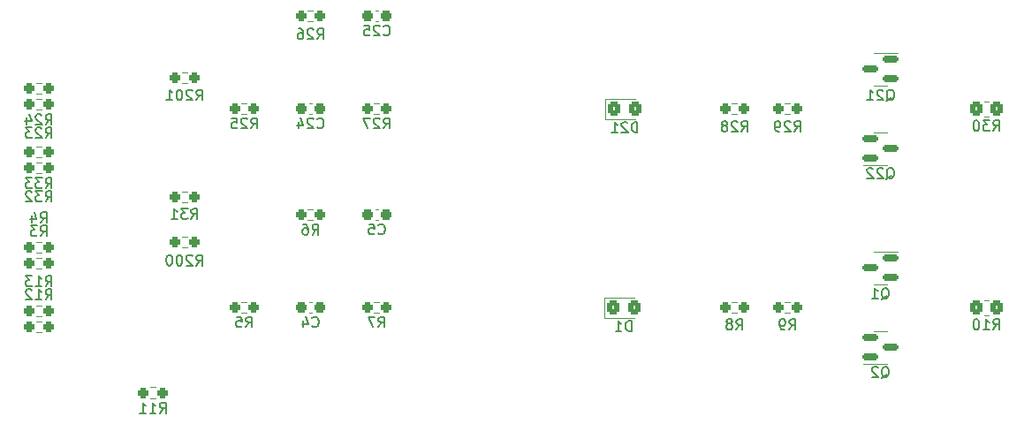
<source format=gbo>
%TF.GenerationSoftware,KiCad,Pcbnew,6.0.9+dfsg-1*%
%TF.CreationDate,2022-12-03T23:10:23+00:00*%
%TF.ProjectId,Token_Ring_MAU,546f6b65-6e5f-4526-996e-675f4d41552e,rev?*%
%TF.SameCoordinates,Original*%
%TF.FileFunction,Legend,Bot*%
%TF.FilePolarity,Positive*%
%FSLAX46Y46*%
G04 Gerber Fmt 4.6, Leading zero omitted, Abs format (unit mm)*
G04 Created by KiCad (PCBNEW 6.0.9+dfsg-1) date 2022-12-03 23:10:23*
%MOMM*%
%LPD*%
G01*
G04 APERTURE LIST*
G04 Aperture macros list*
%AMRoundRect*
0 Rectangle with rounded corners*
0 $1 Rounding radius*
0 $2 $3 $4 $5 $6 $7 $8 $9 X,Y pos of 4 corners*
0 Add a 4 corners polygon primitive as box body*
4,1,4,$2,$3,$4,$5,$6,$7,$8,$9,$2,$3,0*
0 Add four circle primitives for the rounded corners*
1,1,$1+$1,$2,$3*
1,1,$1+$1,$4,$5*
1,1,$1+$1,$6,$7*
1,1,$1+$1,$8,$9*
0 Add four rect primitives between the rounded corners*
20,1,$1+$1,$2,$3,$4,$5,0*
20,1,$1+$1,$4,$5,$6,$7,0*
20,1,$1+$1,$6,$7,$8,$9,0*
20,1,$1+$1,$8,$9,$2,$3,0*%
G04 Aperture macros list end*
%ADD10C,0.150000*%
%ADD11C,0.120000*%
%ADD12C,1.524000*%
%ADD13C,1.600000*%
%ADD14R,2.000000X4.000000*%
%ADD15O,2.000000X3.300000*%
%ADD16O,3.500000X2.000000*%
%ADD17R,1.600000X1.600000*%
%ADD18O,1.600000X1.600000*%
%ADD19C,5.600000*%
%ADD20R,1.700000X1.700000*%
%ADD21O,1.700000X1.700000*%
%ADD22C,3.250000*%
%ADD23R,1.500000X1.500000*%
%ADD24C,1.500000*%
%ADD25C,2.300000*%
%ADD26RoundRect,0.237500X0.250000X0.237500X-0.250000X0.237500X-0.250000X-0.237500X0.250000X-0.237500X0*%
%ADD27RoundRect,0.250000X-0.350000X-0.450000X0.350000X-0.450000X0.350000X0.450000X-0.350000X0.450000X0*%
%ADD28RoundRect,0.237500X-0.250000X-0.237500X0.250000X-0.237500X0.250000X0.237500X-0.250000X0.237500X0*%
%ADD29RoundRect,0.150000X0.587500X0.150000X-0.587500X0.150000X-0.587500X-0.150000X0.587500X-0.150000X0*%
%ADD30RoundRect,0.237500X-0.300000X-0.237500X0.300000X-0.237500X0.300000X0.237500X-0.300000X0.237500X0*%
%ADD31RoundRect,0.150000X-0.587500X-0.150000X0.587500X-0.150000X0.587500X0.150000X-0.587500X0.150000X0*%
%ADD32RoundRect,0.250000X-0.325000X-0.450000X0.325000X-0.450000X0.325000X0.450000X-0.325000X0.450000X0*%
G04 APERTURE END LIST*
D10*
X103521666Y-79215380D02*
X103855000Y-78739190D01*
X104093095Y-79215380D02*
X104093095Y-78215380D01*
X103712142Y-78215380D01*
X103616904Y-78263000D01*
X103569285Y-78310619D01*
X103521666Y-78405857D01*
X103521666Y-78548714D01*
X103569285Y-78643952D01*
X103616904Y-78691571D01*
X103712142Y-78739190D01*
X104093095Y-78739190D01*
X102664523Y-78548714D02*
X102664523Y-79215380D01*
X102902619Y-78167761D02*
X103140714Y-78882047D01*
X102521666Y-78882047D01*
X103997857Y-77183380D02*
X104331190Y-76707190D01*
X104569285Y-77183380D02*
X104569285Y-76183380D01*
X104188333Y-76183380D01*
X104093095Y-76231000D01*
X104045476Y-76278619D01*
X103997857Y-76373857D01*
X103997857Y-76516714D01*
X104045476Y-76611952D01*
X104093095Y-76659571D01*
X104188333Y-76707190D01*
X104569285Y-76707190D01*
X103664523Y-76183380D02*
X103045476Y-76183380D01*
X103378809Y-76564333D01*
X103235952Y-76564333D01*
X103140714Y-76611952D01*
X103093095Y-76659571D01*
X103045476Y-76754809D01*
X103045476Y-76992904D01*
X103093095Y-77088142D01*
X103140714Y-77135761D01*
X103235952Y-77183380D01*
X103521666Y-77183380D01*
X103616904Y-77135761D01*
X103664523Y-77088142D01*
X102664523Y-76278619D02*
X102616904Y-76231000D01*
X102521666Y-76183380D01*
X102283571Y-76183380D01*
X102188333Y-76231000D01*
X102140714Y-76278619D01*
X102093095Y-76373857D01*
X102093095Y-76469095D01*
X102140714Y-76611952D01*
X102712142Y-77183380D01*
X102093095Y-77183380D01*
X114942857Y-97452380D02*
X115276190Y-96976190D01*
X115514285Y-97452380D02*
X115514285Y-96452380D01*
X115133333Y-96452380D01*
X115038095Y-96500000D01*
X114990476Y-96547619D01*
X114942857Y-96642857D01*
X114942857Y-96785714D01*
X114990476Y-96880952D01*
X115038095Y-96928571D01*
X115133333Y-96976190D01*
X115514285Y-96976190D01*
X113990476Y-97452380D02*
X114561904Y-97452380D01*
X114276190Y-97452380D02*
X114276190Y-96452380D01*
X114371428Y-96595238D01*
X114466666Y-96690476D01*
X114561904Y-96738095D01*
X113038095Y-97452380D02*
X113609523Y-97452380D01*
X113323809Y-97452380D02*
X113323809Y-96452380D01*
X113419047Y-96595238D01*
X113514285Y-96690476D01*
X113609523Y-96738095D01*
X103997857Y-86581380D02*
X104331190Y-86105190D01*
X104569285Y-86581380D02*
X104569285Y-85581380D01*
X104188333Y-85581380D01*
X104093095Y-85629000D01*
X104045476Y-85676619D01*
X103997857Y-85771857D01*
X103997857Y-85914714D01*
X104045476Y-86009952D01*
X104093095Y-86057571D01*
X104188333Y-86105190D01*
X104569285Y-86105190D01*
X103045476Y-86581380D02*
X103616904Y-86581380D01*
X103331190Y-86581380D02*
X103331190Y-85581380D01*
X103426428Y-85724238D01*
X103521666Y-85819476D01*
X103616904Y-85867095D01*
X102664523Y-85676619D02*
X102616904Y-85629000D01*
X102521666Y-85581380D01*
X102283571Y-85581380D01*
X102188333Y-85629000D01*
X102140714Y-85676619D01*
X102093095Y-85771857D01*
X102093095Y-85867095D01*
X102140714Y-86009952D01*
X102712142Y-86581380D01*
X102093095Y-86581380D01*
X194802857Y-70392380D02*
X195136190Y-69916190D01*
X195374285Y-70392380D02*
X195374285Y-69392380D01*
X194993333Y-69392380D01*
X194898095Y-69440000D01*
X194850476Y-69487619D01*
X194802857Y-69582857D01*
X194802857Y-69725714D01*
X194850476Y-69820952D01*
X194898095Y-69868571D01*
X194993333Y-69916190D01*
X195374285Y-69916190D01*
X194469523Y-69392380D02*
X193850476Y-69392380D01*
X194183809Y-69773333D01*
X194040952Y-69773333D01*
X193945714Y-69820952D01*
X193898095Y-69868571D01*
X193850476Y-69963809D01*
X193850476Y-70201904D01*
X193898095Y-70297142D01*
X193945714Y-70344761D01*
X194040952Y-70392380D01*
X194326666Y-70392380D01*
X194421904Y-70344761D01*
X194469523Y-70297142D01*
X193231428Y-69392380D02*
X193136190Y-69392380D01*
X193040952Y-69440000D01*
X192993333Y-69487619D01*
X192945714Y-69582857D01*
X192898095Y-69773333D01*
X192898095Y-70011428D01*
X192945714Y-70201904D01*
X192993333Y-70297142D01*
X193040952Y-70344761D01*
X193136190Y-70392380D01*
X193231428Y-70392380D01*
X193326666Y-70344761D01*
X193374285Y-70297142D01*
X193421904Y-70201904D01*
X193469523Y-70011428D01*
X193469523Y-69773333D01*
X193421904Y-69582857D01*
X193374285Y-69487619D01*
X193326666Y-69440000D01*
X193231428Y-69392380D01*
X123682857Y-70172380D02*
X124016190Y-69696190D01*
X124254285Y-70172380D02*
X124254285Y-69172380D01*
X123873333Y-69172380D01*
X123778095Y-69220000D01*
X123730476Y-69267619D01*
X123682857Y-69362857D01*
X123682857Y-69505714D01*
X123730476Y-69600952D01*
X123778095Y-69648571D01*
X123873333Y-69696190D01*
X124254285Y-69696190D01*
X123301904Y-69267619D02*
X123254285Y-69220000D01*
X123159047Y-69172380D01*
X122920952Y-69172380D01*
X122825714Y-69220000D01*
X122778095Y-69267619D01*
X122730476Y-69362857D01*
X122730476Y-69458095D01*
X122778095Y-69600952D01*
X123349523Y-70172380D01*
X122730476Y-70172380D01*
X121825714Y-69172380D02*
X122301904Y-69172380D01*
X122349523Y-69648571D01*
X122301904Y-69600952D01*
X122206666Y-69553333D01*
X121968571Y-69553333D01*
X121873333Y-69600952D01*
X121825714Y-69648571D01*
X121778095Y-69743809D01*
X121778095Y-69981904D01*
X121825714Y-70077142D01*
X121873333Y-70124761D01*
X121968571Y-70172380D01*
X122206666Y-70172380D01*
X122301904Y-70124761D01*
X122349523Y-70077142D01*
X184095238Y-86547619D02*
X184190476Y-86500000D01*
X184285714Y-86404761D01*
X184428571Y-86261904D01*
X184523809Y-86214285D01*
X184619047Y-86214285D01*
X184571428Y-86452380D02*
X184666666Y-86404761D01*
X184761904Y-86309523D01*
X184809523Y-86119047D01*
X184809523Y-85785714D01*
X184761904Y-85595238D01*
X184666666Y-85500000D01*
X184571428Y-85452380D01*
X184380952Y-85452380D01*
X184285714Y-85500000D01*
X184190476Y-85595238D01*
X184142857Y-85785714D01*
X184142857Y-86119047D01*
X184190476Y-86309523D01*
X184285714Y-86404761D01*
X184380952Y-86452380D01*
X184571428Y-86452380D01*
X183190476Y-86452380D02*
X183761904Y-86452380D01*
X183476190Y-86452380D02*
X183476190Y-85452380D01*
X183571428Y-85595238D01*
X183666666Y-85690476D01*
X183761904Y-85738095D01*
X129556666Y-89127142D02*
X129604285Y-89174761D01*
X129747142Y-89222380D01*
X129842380Y-89222380D01*
X129985238Y-89174761D01*
X130080476Y-89079523D01*
X130128095Y-88984285D01*
X130175714Y-88793809D01*
X130175714Y-88650952D01*
X130128095Y-88460476D01*
X130080476Y-88365238D01*
X129985238Y-88270000D01*
X129842380Y-88222380D01*
X129747142Y-88222380D01*
X129604285Y-88270000D01*
X129556666Y-88317619D01*
X128699523Y-88555714D02*
X128699523Y-89222380D01*
X128937619Y-88174761D02*
X129175714Y-88889047D01*
X128556666Y-88889047D01*
X103521666Y-80485380D02*
X103855000Y-80009190D01*
X104093095Y-80485380D02*
X104093095Y-79485380D01*
X103712142Y-79485380D01*
X103616904Y-79533000D01*
X103569285Y-79580619D01*
X103521666Y-79675857D01*
X103521666Y-79818714D01*
X103569285Y-79913952D01*
X103616904Y-79961571D01*
X103712142Y-80009190D01*
X104093095Y-80009190D01*
X103188333Y-79485380D02*
X102569285Y-79485380D01*
X102902619Y-79866333D01*
X102759761Y-79866333D01*
X102664523Y-79913952D01*
X102616904Y-79961571D01*
X102569285Y-80056809D01*
X102569285Y-80294904D01*
X102616904Y-80390142D01*
X102664523Y-80437761D01*
X102759761Y-80485380D01*
X103045476Y-80485380D01*
X103140714Y-80437761D01*
X103188333Y-80390142D01*
X130042857Y-61602380D02*
X130376190Y-61126190D01*
X130614285Y-61602380D02*
X130614285Y-60602380D01*
X130233333Y-60602380D01*
X130138095Y-60650000D01*
X130090476Y-60697619D01*
X130042857Y-60792857D01*
X130042857Y-60935714D01*
X130090476Y-61030952D01*
X130138095Y-61078571D01*
X130233333Y-61126190D01*
X130614285Y-61126190D01*
X129661904Y-60697619D02*
X129614285Y-60650000D01*
X129519047Y-60602380D01*
X129280952Y-60602380D01*
X129185714Y-60650000D01*
X129138095Y-60697619D01*
X129090476Y-60792857D01*
X129090476Y-60888095D01*
X129138095Y-61030952D01*
X129709523Y-61602380D01*
X129090476Y-61602380D01*
X128233333Y-60602380D02*
X128423809Y-60602380D01*
X128519047Y-60650000D01*
X128566666Y-60697619D01*
X128661904Y-60840476D01*
X128709523Y-61030952D01*
X128709523Y-61411904D01*
X128661904Y-61507142D01*
X128614285Y-61554761D01*
X128519047Y-61602380D01*
X128328571Y-61602380D01*
X128233333Y-61554761D01*
X128185714Y-61507142D01*
X128138095Y-61411904D01*
X128138095Y-61173809D01*
X128185714Y-61078571D01*
X128233333Y-61030952D01*
X128328571Y-60983333D01*
X128519047Y-60983333D01*
X128614285Y-61030952D01*
X128661904Y-61078571D01*
X128709523Y-61173809D01*
X184571428Y-67547619D02*
X184666666Y-67500000D01*
X184761904Y-67404761D01*
X184904761Y-67261904D01*
X185000000Y-67214285D01*
X185095238Y-67214285D01*
X185047619Y-67452380D02*
X185142857Y-67404761D01*
X185238095Y-67309523D01*
X185285714Y-67119047D01*
X185285714Y-66785714D01*
X185238095Y-66595238D01*
X185142857Y-66500000D01*
X185047619Y-66452380D01*
X184857142Y-66452380D01*
X184761904Y-66500000D01*
X184666666Y-66595238D01*
X184619047Y-66785714D01*
X184619047Y-67119047D01*
X184666666Y-67309523D01*
X184761904Y-67404761D01*
X184857142Y-67452380D01*
X185047619Y-67452380D01*
X184238095Y-66547619D02*
X184190476Y-66500000D01*
X184095238Y-66452380D01*
X183857142Y-66452380D01*
X183761904Y-66500000D01*
X183714285Y-66547619D01*
X183666666Y-66642857D01*
X183666666Y-66738095D01*
X183714285Y-66880952D01*
X184285714Y-67452380D01*
X183666666Y-67452380D01*
X182714285Y-67452380D02*
X183285714Y-67452380D01*
X183000000Y-67452380D02*
X183000000Y-66452380D01*
X183095238Y-66595238D01*
X183190476Y-66690476D01*
X183285714Y-66738095D01*
X103997857Y-69817380D02*
X104331190Y-69341190D01*
X104569285Y-69817380D02*
X104569285Y-68817380D01*
X104188333Y-68817380D01*
X104093095Y-68865000D01*
X104045476Y-68912619D01*
X103997857Y-69007857D01*
X103997857Y-69150714D01*
X104045476Y-69245952D01*
X104093095Y-69293571D01*
X104188333Y-69341190D01*
X104569285Y-69341190D01*
X103616904Y-68912619D02*
X103569285Y-68865000D01*
X103474047Y-68817380D01*
X103235952Y-68817380D01*
X103140714Y-68865000D01*
X103093095Y-68912619D01*
X103045476Y-69007857D01*
X103045476Y-69103095D01*
X103093095Y-69245952D01*
X103664523Y-69817380D01*
X103045476Y-69817380D01*
X102188333Y-69150714D02*
X102188333Y-69817380D01*
X102426428Y-68769761D02*
X102664523Y-69484047D01*
X102045476Y-69484047D01*
X103997857Y-75913380D02*
X104331190Y-75437190D01*
X104569285Y-75913380D02*
X104569285Y-74913380D01*
X104188333Y-74913380D01*
X104093095Y-74961000D01*
X104045476Y-75008619D01*
X103997857Y-75103857D01*
X103997857Y-75246714D01*
X104045476Y-75341952D01*
X104093095Y-75389571D01*
X104188333Y-75437190D01*
X104569285Y-75437190D01*
X103664523Y-74913380D02*
X103045476Y-74913380D01*
X103378809Y-75294333D01*
X103235952Y-75294333D01*
X103140714Y-75341952D01*
X103093095Y-75389571D01*
X103045476Y-75484809D01*
X103045476Y-75722904D01*
X103093095Y-75818142D01*
X103140714Y-75865761D01*
X103235952Y-75913380D01*
X103521666Y-75913380D01*
X103616904Y-75865761D01*
X103664523Y-75818142D01*
X102712142Y-74913380D02*
X102093095Y-74913380D01*
X102426428Y-75294333D01*
X102283571Y-75294333D01*
X102188333Y-75341952D01*
X102140714Y-75389571D01*
X102093095Y-75484809D01*
X102093095Y-75722904D01*
X102140714Y-75818142D01*
X102188333Y-75865761D01*
X102283571Y-75913380D01*
X102569285Y-75913380D01*
X102664523Y-75865761D01*
X102712142Y-75818142D01*
X175752857Y-70452380D02*
X176086190Y-69976190D01*
X176324285Y-70452380D02*
X176324285Y-69452380D01*
X175943333Y-69452380D01*
X175848095Y-69500000D01*
X175800476Y-69547619D01*
X175752857Y-69642857D01*
X175752857Y-69785714D01*
X175800476Y-69880952D01*
X175848095Y-69928571D01*
X175943333Y-69976190D01*
X176324285Y-69976190D01*
X175371904Y-69547619D02*
X175324285Y-69500000D01*
X175229047Y-69452380D01*
X174990952Y-69452380D01*
X174895714Y-69500000D01*
X174848095Y-69547619D01*
X174800476Y-69642857D01*
X174800476Y-69738095D01*
X174848095Y-69880952D01*
X175419523Y-70452380D01*
X174800476Y-70452380D01*
X174324285Y-70452380D02*
X174133809Y-70452380D01*
X174038571Y-70404761D01*
X173990952Y-70357142D01*
X173895714Y-70214285D01*
X173848095Y-70023809D01*
X173848095Y-69642857D01*
X173895714Y-69547619D01*
X173943333Y-69500000D01*
X174038571Y-69452380D01*
X174229047Y-69452380D01*
X174324285Y-69500000D01*
X174371904Y-69547619D01*
X174419523Y-69642857D01*
X174419523Y-69880952D01*
X174371904Y-69976190D01*
X174324285Y-70023809D01*
X174229047Y-70071428D01*
X174038571Y-70071428D01*
X173943333Y-70023809D01*
X173895714Y-69976190D01*
X173848095Y-69880952D01*
X103997857Y-85311380D02*
X104331190Y-84835190D01*
X104569285Y-85311380D02*
X104569285Y-84311380D01*
X104188333Y-84311380D01*
X104093095Y-84359000D01*
X104045476Y-84406619D01*
X103997857Y-84501857D01*
X103997857Y-84644714D01*
X104045476Y-84739952D01*
X104093095Y-84787571D01*
X104188333Y-84835190D01*
X104569285Y-84835190D01*
X103045476Y-85311380D02*
X103616904Y-85311380D01*
X103331190Y-85311380D02*
X103331190Y-84311380D01*
X103426428Y-84454238D01*
X103521666Y-84549476D01*
X103616904Y-84597095D01*
X102712142Y-84311380D02*
X102093095Y-84311380D01*
X102426428Y-84692333D01*
X102283571Y-84692333D01*
X102188333Y-84739952D01*
X102140714Y-84787571D01*
X102093095Y-84882809D01*
X102093095Y-85120904D01*
X102140714Y-85216142D01*
X102188333Y-85263761D01*
X102283571Y-85311380D01*
X102569285Y-85311380D01*
X102664523Y-85263761D01*
X102712142Y-85216142D01*
X184571428Y-75047619D02*
X184666666Y-75000000D01*
X184761904Y-74904761D01*
X184904761Y-74761904D01*
X185000000Y-74714285D01*
X185095238Y-74714285D01*
X185047619Y-74952380D02*
X185142857Y-74904761D01*
X185238095Y-74809523D01*
X185285714Y-74619047D01*
X185285714Y-74285714D01*
X185238095Y-74095238D01*
X185142857Y-74000000D01*
X185047619Y-73952380D01*
X184857142Y-73952380D01*
X184761904Y-74000000D01*
X184666666Y-74095238D01*
X184619047Y-74285714D01*
X184619047Y-74619047D01*
X184666666Y-74809523D01*
X184761904Y-74904761D01*
X184857142Y-74952380D01*
X185047619Y-74952380D01*
X184238095Y-74047619D02*
X184190476Y-74000000D01*
X184095238Y-73952380D01*
X183857142Y-73952380D01*
X183761904Y-74000000D01*
X183714285Y-74047619D01*
X183666666Y-74142857D01*
X183666666Y-74238095D01*
X183714285Y-74380952D01*
X184285714Y-74952380D01*
X183666666Y-74952380D01*
X183285714Y-74047619D02*
X183238095Y-74000000D01*
X183142857Y-73952380D01*
X182904761Y-73952380D01*
X182809523Y-74000000D01*
X182761904Y-74047619D01*
X182714285Y-74142857D01*
X182714285Y-74238095D01*
X182761904Y-74380952D01*
X183333333Y-74952380D01*
X182714285Y-74952380D01*
X123206666Y-89222380D02*
X123540000Y-88746190D01*
X123778095Y-89222380D02*
X123778095Y-88222380D01*
X123397142Y-88222380D01*
X123301904Y-88270000D01*
X123254285Y-88317619D01*
X123206666Y-88412857D01*
X123206666Y-88555714D01*
X123254285Y-88650952D01*
X123301904Y-88698571D01*
X123397142Y-88746190D01*
X123778095Y-88746190D01*
X122301904Y-88222380D02*
X122778095Y-88222380D01*
X122825714Y-88698571D01*
X122778095Y-88650952D01*
X122682857Y-88603333D01*
X122444761Y-88603333D01*
X122349523Y-88650952D01*
X122301904Y-88698571D01*
X122254285Y-88793809D01*
X122254285Y-89031904D01*
X122301904Y-89127142D01*
X122349523Y-89174761D01*
X122444761Y-89222380D01*
X122682857Y-89222380D01*
X122778095Y-89174761D01*
X122825714Y-89127142D01*
X160138095Y-89602380D02*
X160138095Y-88602380D01*
X159900000Y-88602380D01*
X159757142Y-88650000D01*
X159661904Y-88745238D01*
X159614285Y-88840476D01*
X159566666Y-89030952D01*
X159566666Y-89173809D01*
X159614285Y-89364285D01*
X159661904Y-89459523D01*
X159757142Y-89554761D01*
X159900000Y-89602380D01*
X160138095Y-89602380D01*
X158614285Y-89602380D02*
X159185714Y-89602380D01*
X158900000Y-89602380D02*
X158900000Y-88602380D01*
X158995238Y-88745238D01*
X159090476Y-88840476D01*
X159185714Y-88888095D01*
X194802857Y-89442380D02*
X195136190Y-88966190D01*
X195374285Y-89442380D02*
X195374285Y-88442380D01*
X194993333Y-88442380D01*
X194898095Y-88490000D01*
X194850476Y-88537619D01*
X194802857Y-88632857D01*
X194802857Y-88775714D01*
X194850476Y-88870952D01*
X194898095Y-88918571D01*
X194993333Y-88966190D01*
X195374285Y-88966190D01*
X193850476Y-89442380D02*
X194421904Y-89442380D01*
X194136190Y-89442380D02*
X194136190Y-88442380D01*
X194231428Y-88585238D01*
X194326666Y-88680476D01*
X194421904Y-88728095D01*
X193231428Y-88442380D02*
X193136190Y-88442380D01*
X193040952Y-88490000D01*
X192993333Y-88537619D01*
X192945714Y-88632857D01*
X192898095Y-88823333D01*
X192898095Y-89061428D01*
X192945714Y-89251904D01*
X192993333Y-89347142D01*
X193040952Y-89394761D01*
X193136190Y-89442380D01*
X193231428Y-89442380D01*
X193326666Y-89394761D01*
X193374285Y-89347142D01*
X193421904Y-89251904D01*
X193469523Y-89061428D01*
X193469523Y-88823333D01*
X193421904Y-88632857D01*
X193374285Y-88537619D01*
X193326666Y-88490000D01*
X193231428Y-88442380D01*
X129566666Y-80352380D02*
X129900000Y-79876190D01*
X130138095Y-80352380D02*
X130138095Y-79352380D01*
X129757142Y-79352380D01*
X129661904Y-79400000D01*
X129614285Y-79447619D01*
X129566666Y-79542857D01*
X129566666Y-79685714D01*
X129614285Y-79780952D01*
X129661904Y-79828571D01*
X129757142Y-79876190D01*
X130138095Y-79876190D01*
X128709523Y-79352380D02*
X128900000Y-79352380D01*
X128995238Y-79400000D01*
X129042857Y-79447619D01*
X129138095Y-79590476D01*
X129185714Y-79780952D01*
X129185714Y-80161904D01*
X129138095Y-80257142D01*
X129090476Y-80304761D01*
X128995238Y-80352380D01*
X128804761Y-80352380D01*
X128709523Y-80304761D01*
X128661904Y-80257142D01*
X128614285Y-80161904D01*
X128614285Y-79923809D01*
X128661904Y-79828571D01*
X128709523Y-79780952D01*
X128804761Y-79733333D01*
X128995238Y-79733333D01*
X129090476Y-79780952D01*
X129138095Y-79828571D01*
X129185714Y-79923809D01*
X130032857Y-70077142D02*
X130080476Y-70124761D01*
X130223333Y-70172380D01*
X130318571Y-70172380D01*
X130461428Y-70124761D01*
X130556666Y-70029523D01*
X130604285Y-69934285D01*
X130651904Y-69743809D01*
X130651904Y-69600952D01*
X130604285Y-69410476D01*
X130556666Y-69315238D01*
X130461428Y-69220000D01*
X130318571Y-69172380D01*
X130223333Y-69172380D01*
X130080476Y-69220000D01*
X130032857Y-69267619D01*
X129651904Y-69267619D02*
X129604285Y-69220000D01*
X129509047Y-69172380D01*
X129270952Y-69172380D01*
X129175714Y-69220000D01*
X129128095Y-69267619D01*
X129080476Y-69362857D01*
X129080476Y-69458095D01*
X129128095Y-69600952D01*
X129699523Y-70172380D01*
X129080476Y-70172380D01*
X128223333Y-69505714D02*
X128223333Y-70172380D01*
X128461428Y-69124761D02*
X128699523Y-69839047D01*
X128080476Y-69839047D01*
X170196666Y-89452380D02*
X170530000Y-88976190D01*
X170768095Y-89452380D02*
X170768095Y-88452380D01*
X170387142Y-88452380D01*
X170291904Y-88500000D01*
X170244285Y-88547619D01*
X170196666Y-88642857D01*
X170196666Y-88785714D01*
X170244285Y-88880952D01*
X170291904Y-88928571D01*
X170387142Y-88976190D01*
X170768095Y-88976190D01*
X169625238Y-88880952D02*
X169720476Y-88833333D01*
X169768095Y-88785714D01*
X169815714Y-88690476D01*
X169815714Y-88642857D01*
X169768095Y-88547619D01*
X169720476Y-88500000D01*
X169625238Y-88452380D01*
X169434761Y-88452380D01*
X169339523Y-88500000D01*
X169291904Y-88547619D01*
X169244285Y-88642857D01*
X169244285Y-88690476D01*
X169291904Y-88785714D01*
X169339523Y-88833333D01*
X169434761Y-88880952D01*
X169625238Y-88880952D01*
X169720476Y-88928571D01*
X169768095Y-88976190D01*
X169815714Y-89071428D01*
X169815714Y-89261904D01*
X169768095Y-89357142D01*
X169720476Y-89404761D01*
X169625238Y-89452380D01*
X169434761Y-89452380D01*
X169339523Y-89404761D01*
X169291904Y-89357142D01*
X169244285Y-89261904D01*
X169244285Y-89071428D01*
X169291904Y-88976190D01*
X169339523Y-88928571D01*
X169434761Y-88880952D01*
X103997857Y-71087380D02*
X104331190Y-70611190D01*
X104569285Y-71087380D02*
X104569285Y-70087380D01*
X104188333Y-70087380D01*
X104093095Y-70135000D01*
X104045476Y-70182619D01*
X103997857Y-70277857D01*
X103997857Y-70420714D01*
X104045476Y-70515952D01*
X104093095Y-70563571D01*
X104188333Y-70611190D01*
X104569285Y-70611190D01*
X103616904Y-70182619D02*
X103569285Y-70135000D01*
X103474047Y-70087380D01*
X103235952Y-70087380D01*
X103140714Y-70135000D01*
X103093095Y-70182619D01*
X103045476Y-70277857D01*
X103045476Y-70373095D01*
X103093095Y-70515952D01*
X103664523Y-71087380D01*
X103045476Y-71087380D01*
X102712142Y-70087380D02*
X102093095Y-70087380D01*
X102426428Y-70468333D01*
X102283571Y-70468333D01*
X102188333Y-70515952D01*
X102140714Y-70563571D01*
X102093095Y-70658809D01*
X102093095Y-70896904D01*
X102140714Y-70992142D01*
X102188333Y-71039761D01*
X102283571Y-71087380D01*
X102569285Y-71087380D01*
X102664523Y-71039761D01*
X102712142Y-70992142D01*
X175276666Y-89452380D02*
X175610000Y-88976190D01*
X175848095Y-89452380D02*
X175848095Y-88452380D01*
X175467142Y-88452380D01*
X175371904Y-88500000D01*
X175324285Y-88547619D01*
X175276666Y-88642857D01*
X175276666Y-88785714D01*
X175324285Y-88880952D01*
X175371904Y-88928571D01*
X175467142Y-88976190D01*
X175848095Y-88976190D01*
X174800476Y-89452380D02*
X174610000Y-89452380D01*
X174514761Y-89404761D01*
X174467142Y-89357142D01*
X174371904Y-89214285D01*
X174324285Y-89023809D01*
X174324285Y-88642857D01*
X174371904Y-88547619D01*
X174419523Y-88500000D01*
X174514761Y-88452380D01*
X174705238Y-88452380D01*
X174800476Y-88500000D01*
X174848095Y-88547619D01*
X174895714Y-88642857D01*
X174895714Y-88880952D01*
X174848095Y-88976190D01*
X174800476Y-89023809D01*
X174705238Y-89071428D01*
X174514761Y-89071428D01*
X174419523Y-89023809D01*
X174371904Y-88976190D01*
X174324285Y-88880952D01*
X118439047Y-67452380D02*
X118772380Y-66976190D01*
X119010476Y-67452380D02*
X119010476Y-66452380D01*
X118629523Y-66452380D01*
X118534285Y-66500000D01*
X118486666Y-66547619D01*
X118439047Y-66642857D01*
X118439047Y-66785714D01*
X118486666Y-66880952D01*
X118534285Y-66928571D01*
X118629523Y-66976190D01*
X119010476Y-66976190D01*
X118058095Y-66547619D02*
X118010476Y-66500000D01*
X117915238Y-66452380D01*
X117677142Y-66452380D01*
X117581904Y-66500000D01*
X117534285Y-66547619D01*
X117486666Y-66642857D01*
X117486666Y-66738095D01*
X117534285Y-66880952D01*
X118105714Y-67452380D01*
X117486666Y-67452380D01*
X116867619Y-66452380D02*
X116772380Y-66452380D01*
X116677142Y-66500000D01*
X116629523Y-66547619D01*
X116581904Y-66642857D01*
X116534285Y-66833333D01*
X116534285Y-67071428D01*
X116581904Y-67261904D01*
X116629523Y-67357142D01*
X116677142Y-67404761D01*
X116772380Y-67452380D01*
X116867619Y-67452380D01*
X116962857Y-67404761D01*
X117010476Y-67357142D01*
X117058095Y-67261904D01*
X117105714Y-67071428D01*
X117105714Y-66833333D01*
X117058095Y-66642857D01*
X117010476Y-66547619D01*
X116962857Y-66500000D01*
X116867619Y-66452380D01*
X115581904Y-67452380D02*
X116153333Y-67452380D01*
X115867619Y-67452380D02*
X115867619Y-66452380D01*
X115962857Y-66595238D01*
X116058095Y-66690476D01*
X116153333Y-66738095D01*
X135906666Y-89222380D02*
X136240000Y-88746190D01*
X136478095Y-89222380D02*
X136478095Y-88222380D01*
X136097142Y-88222380D01*
X136001904Y-88270000D01*
X135954285Y-88317619D01*
X135906666Y-88412857D01*
X135906666Y-88555714D01*
X135954285Y-88650952D01*
X136001904Y-88698571D01*
X136097142Y-88746190D01*
X136478095Y-88746190D01*
X135573333Y-88222380D02*
X134906666Y-88222380D01*
X135335238Y-89222380D01*
X117962857Y-78852380D02*
X118296190Y-78376190D01*
X118534285Y-78852380D02*
X118534285Y-77852380D01*
X118153333Y-77852380D01*
X118058095Y-77900000D01*
X118010476Y-77947619D01*
X117962857Y-78042857D01*
X117962857Y-78185714D01*
X118010476Y-78280952D01*
X118058095Y-78328571D01*
X118153333Y-78376190D01*
X118534285Y-78376190D01*
X117629523Y-77852380D02*
X117010476Y-77852380D01*
X117343809Y-78233333D01*
X117200952Y-78233333D01*
X117105714Y-78280952D01*
X117058095Y-78328571D01*
X117010476Y-78423809D01*
X117010476Y-78661904D01*
X117058095Y-78757142D01*
X117105714Y-78804761D01*
X117200952Y-78852380D01*
X117486666Y-78852380D01*
X117581904Y-78804761D01*
X117629523Y-78757142D01*
X116058095Y-78852380D02*
X116629523Y-78852380D01*
X116343809Y-78852380D02*
X116343809Y-77852380D01*
X116439047Y-77995238D01*
X116534285Y-78090476D01*
X116629523Y-78138095D01*
X170672857Y-70452380D02*
X171006190Y-69976190D01*
X171244285Y-70452380D02*
X171244285Y-69452380D01*
X170863333Y-69452380D01*
X170768095Y-69500000D01*
X170720476Y-69547619D01*
X170672857Y-69642857D01*
X170672857Y-69785714D01*
X170720476Y-69880952D01*
X170768095Y-69928571D01*
X170863333Y-69976190D01*
X171244285Y-69976190D01*
X170291904Y-69547619D02*
X170244285Y-69500000D01*
X170149047Y-69452380D01*
X169910952Y-69452380D01*
X169815714Y-69500000D01*
X169768095Y-69547619D01*
X169720476Y-69642857D01*
X169720476Y-69738095D01*
X169768095Y-69880952D01*
X170339523Y-70452380D01*
X169720476Y-70452380D01*
X169149047Y-69880952D02*
X169244285Y-69833333D01*
X169291904Y-69785714D01*
X169339523Y-69690476D01*
X169339523Y-69642857D01*
X169291904Y-69547619D01*
X169244285Y-69500000D01*
X169149047Y-69452380D01*
X168958571Y-69452380D01*
X168863333Y-69500000D01*
X168815714Y-69547619D01*
X168768095Y-69642857D01*
X168768095Y-69690476D01*
X168815714Y-69785714D01*
X168863333Y-69833333D01*
X168958571Y-69880952D01*
X169149047Y-69880952D01*
X169244285Y-69928571D01*
X169291904Y-69976190D01*
X169339523Y-70071428D01*
X169339523Y-70261904D01*
X169291904Y-70357142D01*
X169244285Y-70404761D01*
X169149047Y-70452380D01*
X168958571Y-70452380D01*
X168863333Y-70404761D01*
X168815714Y-70357142D01*
X168768095Y-70261904D01*
X168768095Y-70071428D01*
X168815714Y-69976190D01*
X168863333Y-69928571D01*
X168958571Y-69880952D01*
X136382857Y-70172380D02*
X136716190Y-69696190D01*
X136954285Y-70172380D02*
X136954285Y-69172380D01*
X136573333Y-69172380D01*
X136478095Y-69220000D01*
X136430476Y-69267619D01*
X136382857Y-69362857D01*
X136382857Y-69505714D01*
X136430476Y-69600952D01*
X136478095Y-69648571D01*
X136573333Y-69696190D01*
X136954285Y-69696190D01*
X136001904Y-69267619D02*
X135954285Y-69220000D01*
X135859047Y-69172380D01*
X135620952Y-69172380D01*
X135525714Y-69220000D01*
X135478095Y-69267619D01*
X135430476Y-69362857D01*
X135430476Y-69458095D01*
X135478095Y-69600952D01*
X136049523Y-70172380D01*
X135430476Y-70172380D01*
X135097142Y-69172380D02*
X134430476Y-69172380D01*
X134859047Y-70172380D01*
X135906666Y-80237142D02*
X135954285Y-80284761D01*
X136097142Y-80332380D01*
X136192380Y-80332380D01*
X136335238Y-80284761D01*
X136430476Y-80189523D01*
X136478095Y-80094285D01*
X136525714Y-79903809D01*
X136525714Y-79760952D01*
X136478095Y-79570476D01*
X136430476Y-79475238D01*
X136335238Y-79380000D01*
X136192380Y-79332380D01*
X136097142Y-79332380D01*
X135954285Y-79380000D01*
X135906666Y-79427619D01*
X135001904Y-79332380D02*
X135478095Y-79332380D01*
X135525714Y-79808571D01*
X135478095Y-79760952D01*
X135382857Y-79713333D01*
X135144761Y-79713333D01*
X135049523Y-79760952D01*
X135001904Y-79808571D01*
X134954285Y-79903809D01*
X134954285Y-80141904D01*
X135001904Y-80237142D01*
X135049523Y-80284761D01*
X135144761Y-80332380D01*
X135382857Y-80332380D01*
X135478095Y-80284761D01*
X135525714Y-80237142D01*
X118439047Y-83302380D02*
X118772380Y-82826190D01*
X119010476Y-83302380D02*
X119010476Y-82302380D01*
X118629523Y-82302380D01*
X118534285Y-82350000D01*
X118486666Y-82397619D01*
X118439047Y-82492857D01*
X118439047Y-82635714D01*
X118486666Y-82730952D01*
X118534285Y-82778571D01*
X118629523Y-82826190D01*
X119010476Y-82826190D01*
X118058095Y-82397619D02*
X118010476Y-82350000D01*
X117915238Y-82302380D01*
X117677142Y-82302380D01*
X117581904Y-82350000D01*
X117534285Y-82397619D01*
X117486666Y-82492857D01*
X117486666Y-82588095D01*
X117534285Y-82730952D01*
X118105714Y-83302380D01*
X117486666Y-83302380D01*
X116867619Y-82302380D02*
X116772380Y-82302380D01*
X116677142Y-82350000D01*
X116629523Y-82397619D01*
X116581904Y-82492857D01*
X116534285Y-82683333D01*
X116534285Y-82921428D01*
X116581904Y-83111904D01*
X116629523Y-83207142D01*
X116677142Y-83254761D01*
X116772380Y-83302380D01*
X116867619Y-83302380D01*
X116962857Y-83254761D01*
X117010476Y-83207142D01*
X117058095Y-83111904D01*
X117105714Y-82921428D01*
X117105714Y-82683333D01*
X117058095Y-82492857D01*
X117010476Y-82397619D01*
X116962857Y-82350000D01*
X116867619Y-82302380D01*
X115915238Y-82302380D02*
X115820000Y-82302380D01*
X115724761Y-82350000D01*
X115677142Y-82397619D01*
X115629523Y-82492857D01*
X115581904Y-82683333D01*
X115581904Y-82921428D01*
X115629523Y-83111904D01*
X115677142Y-83207142D01*
X115724761Y-83254761D01*
X115820000Y-83302380D01*
X115915238Y-83302380D01*
X116010476Y-83254761D01*
X116058095Y-83207142D01*
X116105714Y-83111904D01*
X116153333Y-82921428D01*
X116153333Y-82683333D01*
X116105714Y-82492857D01*
X116058095Y-82397619D01*
X116010476Y-82350000D01*
X115915238Y-82302380D01*
X184095238Y-94097619D02*
X184190476Y-94050000D01*
X184285714Y-93954761D01*
X184428571Y-93811904D01*
X184523809Y-93764285D01*
X184619047Y-93764285D01*
X184571428Y-94002380D02*
X184666666Y-93954761D01*
X184761904Y-93859523D01*
X184809523Y-93669047D01*
X184809523Y-93335714D01*
X184761904Y-93145238D01*
X184666666Y-93050000D01*
X184571428Y-93002380D01*
X184380952Y-93002380D01*
X184285714Y-93050000D01*
X184190476Y-93145238D01*
X184142857Y-93335714D01*
X184142857Y-93669047D01*
X184190476Y-93859523D01*
X184285714Y-93954761D01*
X184380952Y-94002380D01*
X184571428Y-94002380D01*
X183761904Y-93097619D02*
X183714285Y-93050000D01*
X183619047Y-93002380D01*
X183380952Y-93002380D01*
X183285714Y-93050000D01*
X183238095Y-93097619D01*
X183190476Y-93192857D01*
X183190476Y-93288095D01*
X183238095Y-93430952D01*
X183809523Y-94002380D01*
X183190476Y-94002380D01*
X136382857Y-61187142D02*
X136430476Y-61234761D01*
X136573333Y-61282380D01*
X136668571Y-61282380D01*
X136811428Y-61234761D01*
X136906666Y-61139523D01*
X136954285Y-61044285D01*
X137001904Y-60853809D01*
X137001904Y-60710952D01*
X136954285Y-60520476D01*
X136906666Y-60425238D01*
X136811428Y-60330000D01*
X136668571Y-60282380D01*
X136573333Y-60282380D01*
X136430476Y-60330000D01*
X136382857Y-60377619D01*
X136001904Y-60377619D02*
X135954285Y-60330000D01*
X135859047Y-60282380D01*
X135620952Y-60282380D01*
X135525714Y-60330000D01*
X135478095Y-60377619D01*
X135430476Y-60472857D01*
X135430476Y-60568095D01*
X135478095Y-60710952D01*
X136049523Y-61282380D01*
X135430476Y-61282380D01*
X134525714Y-60282380D02*
X135001904Y-60282380D01*
X135049523Y-60758571D01*
X135001904Y-60710952D01*
X134906666Y-60663333D01*
X134668571Y-60663333D01*
X134573333Y-60710952D01*
X134525714Y-60758571D01*
X134478095Y-60853809D01*
X134478095Y-61091904D01*
X134525714Y-61187142D01*
X134573333Y-61234761D01*
X134668571Y-61282380D01*
X134906666Y-61282380D01*
X135001904Y-61234761D01*
X135049523Y-61187142D01*
X160714285Y-70552380D02*
X160714285Y-69552380D01*
X160476190Y-69552380D01*
X160333333Y-69600000D01*
X160238095Y-69695238D01*
X160190476Y-69790476D01*
X160142857Y-69980952D01*
X160142857Y-70123809D01*
X160190476Y-70314285D01*
X160238095Y-70409523D01*
X160333333Y-70504761D01*
X160476190Y-70552380D01*
X160714285Y-70552380D01*
X159761904Y-69647619D02*
X159714285Y-69600000D01*
X159619047Y-69552380D01*
X159380952Y-69552380D01*
X159285714Y-69600000D01*
X159238095Y-69647619D01*
X159190476Y-69742857D01*
X159190476Y-69838095D01*
X159238095Y-69980952D01*
X159809523Y-70552380D01*
X159190476Y-70552380D01*
X158238095Y-70552380D02*
X158809523Y-70552380D01*
X158523809Y-70552380D02*
X158523809Y-69552380D01*
X158619047Y-69695238D01*
X158714285Y-69790476D01*
X158809523Y-69838095D01*
D11*
X103609724Y-81034500D02*
X103100276Y-81034500D01*
X103609724Y-82079500D02*
X103100276Y-82079500D01*
X103609724Y-73414500D02*
X103100276Y-73414500D01*
X103609724Y-74459500D02*
X103100276Y-74459500D01*
X114554724Y-94981500D02*
X114045276Y-94981500D01*
X114554724Y-96026500D02*
X114045276Y-96026500D01*
X103609724Y-88654500D02*
X103100276Y-88654500D01*
X103609724Y-89699500D02*
X103100276Y-89699500D01*
X193932936Y-67555000D02*
X194387064Y-67555000D01*
X193932936Y-69025000D02*
X194387064Y-69025000D01*
X122785276Y-68812500D02*
X123294724Y-68812500D01*
X122785276Y-67767500D02*
X123294724Y-67767500D01*
X184000000Y-81970000D02*
X185675000Y-81970000D01*
X184000000Y-81970000D02*
X183350000Y-81970000D01*
X184000000Y-85090000D02*
X184650000Y-85090000D01*
X184000000Y-85090000D02*
X183350000Y-85090000D01*
X129243733Y-86830000D02*
X129536267Y-86830000D01*
X129243733Y-87850000D02*
X129536267Y-87850000D01*
X103609724Y-83603500D02*
X103100276Y-83603500D01*
X103609724Y-82558500D02*
X103100276Y-82558500D01*
X129644724Y-59922500D02*
X129135276Y-59922500D01*
X129644724Y-58877500D02*
X129135276Y-58877500D01*
X184000000Y-66040000D02*
X184650000Y-66040000D01*
X184000000Y-66040000D02*
X183350000Y-66040000D01*
X184000000Y-62920000D02*
X185675000Y-62920000D01*
X184000000Y-62920000D02*
X183350000Y-62920000D01*
X103609724Y-65794500D02*
X103100276Y-65794500D01*
X103609724Y-66839500D02*
X103100276Y-66839500D01*
X103609724Y-71890500D02*
X103100276Y-71890500D01*
X103609724Y-72935500D02*
X103100276Y-72935500D01*
X175364724Y-68812500D02*
X174855276Y-68812500D01*
X175364724Y-67767500D02*
X174855276Y-67767500D01*
X103609724Y-87130500D02*
X103100276Y-87130500D01*
X103609724Y-88175500D02*
X103100276Y-88175500D01*
X184000000Y-73660000D02*
X184650000Y-73660000D01*
X184000000Y-70540000D02*
X183350000Y-70540000D01*
X184000000Y-73660000D02*
X182325000Y-73660000D01*
X184000000Y-70540000D02*
X184650000Y-70540000D01*
X122785276Y-87862500D02*
X123294724Y-87862500D01*
X122785276Y-86817500D02*
X123294724Y-86817500D01*
X157525000Y-86380000D02*
X160385000Y-86380000D01*
X157525000Y-88300000D02*
X157525000Y-86380000D01*
X160385000Y-88300000D02*
X157525000Y-88300000D01*
X193932936Y-86605000D02*
X194387064Y-86605000D01*
X193932936Y-88075000D02*
X194387064Y-88075000D01*
X129644724Y-78972500D02*
X129135276Y-78972500D01*
X129644724Y-77927500D02*
X129135276Y-77927500D01*
X129243733Y-67780000D02*
X129536267Y-67780000D01*
X129243733Y-68800000D02*
X129536267Y-68800000D01*
X170284724Y-87862500D02*
X169775276Y-87862500D01*
X170284724Y-86817500D02*
X169775276Y-86817500D01*
X103609724Y-68363500D02*
X103100276Y-68363500D01*
X103609724Y-67318500D02*
X103100276Y-67318500D01*
X175364724Y-87862500D02*
X174855276Y-87862500D01*
X175364724Y-86817500D02*
X174855276Y-86817500D01*
X117574724Y-64778500D02*
X117065276Y-64778500D01*
X117574724Y-65823500D02*
X117065276Y-65823500D01*
X135485276Y-86817500D02*
X135994724Y-86817500D01*
X135485276Y-87862500D02*
X135994724Y-87862500D01*
X117574724Y-77253500D02*
X117065276Y-77253500D01*
X117574724Y-76208500D02*
X117065276Y-76208500D01*
X170284724Y-68812500D02*
X169775276Y-68812500D01*
X170284724Y-67767500D02*
X169775276Y-67767500D01*
X135485276Y-67767500D02*
X135994724Y-67767500D01*
X135485276Y-68812500D02*
X135994724Y-68812500D01*
X135593733Y-78960000D02*
X135886267Y-78960000D01*
X135593733Y-77940000D02*
X135886267Y-77940000D01*
X117574724Y-80526500D02*
X117065276Y-80526500D01*
X117574724Y-81571500D02*
X117065276Y-81571500D01*
X184000000Y-89590000D02*
X183350000Y-89590000D01*
X184000000Y-89590000D02*
X184650000Y-89590000D01*
X184000000Y-92710000D02*
X184650000Y-92710000D01*
X184000000Y-92710000D02*
X182325000Y-92710000D01*
X135593733Y-59910000D02*
X135886267Y-59910000D01*
X135593733Y-58890000D02*
X135886267Y-58890000D01*
X157640000Y-67340000D02*
X160500000Y-67340000D01*
X157640000Y-69260000D02*
X157640000Y-67340000D01*
X160500000Y-69260000D02*
X157640000Y-69260000D01*
%LPC*%
D12*
X162410000Y-91150000D03*
X167490000Y-91150000D03*
X154790000Y-91150000D03*
X172570000Y-91150000D03*
X149710000Y-91150000D03*
X177650000Y-91150000D03*
X144630000Y-91150000D03*
X144630000Y-83530000D03*
X177650000Y-83530000D03*
X149710000Y-83530000D03*
X172570000Y-83530000D03*
X154790000Y-83530000D03*
X167490000Y-83530000D03*
X162410000Y-83530000D03*
D13*
X101887000Y-103909000D03*
D14*
X110887000Y-103909000D03*
D15*
X104887000Y-103909000D03*
D16*
X103887000Y-108409000D03*
X103887000Y-99409000D03*
D17*
X191635000Y-91140000D03*
D18*
X194175000Y-91140000D03*
X196715000Y-91140000D03*
X196715000Y-83520000D03*
X194175000Y-83520000D03*
X191635000Y-83520000D03*
D12*
X120500000Y-72100000D03*
X123040000Y-72100000D03*
X125580000Y-72100000D03*
X128120000Y-72100000D03*
X130660000Y-72100000D03*
X133200000Y-72100000D03*
X135740000Y-72100000D03*
X138280000Y-72100000D03*
X138280000Y-64480000D03*
X135740000Y-64480000D03*
X133200000Y-64480000D03*
X130660000Y-64480000D03*
X128120000Y-64480000D03*
X125580000Y-64480000D03*
X123040000Y-64480000D03*
X120500000Y-64480000D03*
D19*
X194400000Y-114400000D03*
D17*
X191635000Y-72090000D03*
D18*
X194175000Y-72090000D03*
X196715000Y-72090000D03*
X196715000Y-64470000D03*
X194175000Y-64470000D03*
X191635000Y-64470000D03*
D12*
X120500000Y-91150000D03*
X123040000Y-91150000D03*
X125580000Y-91150000D03*
X128120000Y-91150000D03*
X130660000Y-91150000D03*
X133200000Y-91150000D03*
X135740000Y-91150000D03*
X138280000Y-91150000D03*
X138280000Y-83530000D03*
X135740000Y-83530000D03*
X133200000Y-83530000D03*
X130660000Y-83530000D03*
X128120000Y-83530000D03*
X125580000Y-83530000D03*
X123040000Y-83530000D03*
X120500000Y-83530000D03*
D20*
X144780000Y-106000000D03*
D21*
X144780000Y-103460000D03*
X147320000Y-106000000D03*
X147320000Y-103460000D03*
D22*
X104242000Y-63517000D03*
X104242000Y-91967000D03*
D23*
X106782000Y-89177000D03*
D24*
X108562000Y-88161000D03*
X106782000Y-87145000D03*
X108562000Y-86129000D03*
X106782000Y-85113000D03*
X108562000Y-84097000D03*
X106782000Y-83081000D03*
X108562000Y-82065000D03*
X113382000Y-92477000D03*
X113382000Y-90187000D03*
X113382000Y-81047000D03*
X113382000Y-78757000D03*
X106782000Y-73427000D03*
X108562000Y-72411000D03*
X106782000Y-71395000D03*
X108562000Y-70379000D03*
X106782000Y-69363000D03*
X108562000Y-68347000D03*
X106782000Y-67331000D03*
X108562000Y-66315000D03*
X113382000Y-76727000D03*
X113382000Y-74437000D03*
X113382000Y-65297000D03*
X113382000Y-63007000D03*
D25*
X107672000Y-61747000D03*
X107672000Y-93747000D03*
D19*
X194400000Y-55600000D03*
X105600000Y-114400000D03*
D12*
X162410000Y-72100000D03*
X167490000Y-72100000D03*
X154790000Y-72100000D03*
X172570000Y-72100000D03*
X149710000Y-72100000D03*
X177650000Y-72100000D03*
X144630000Y-72100000D03*
X144630000Y-64480000D03*
X177650000Y-64480000D03*
X149710000Y-64480000D03*
X172570000Y-64480000D03*
X154790000Y-64480000D03*
X167490000Y-64480000D03*
X162410000Y-64480000D03*
D20*
X116581000Y-106000000D03*
D21*
X116581000Y-103460000D03*
X119121000Y-106000000D03*
X119121000Y-103460000D03*
D19*
X105600000Y-55600000D03*
D26*
X104267500Y-81557000D03*
X102442500Y-81557000D03*
X104267500Y-73937000D03*
X102442500Y-73937000D03*
X115212500Y-95504000D03*
X113387500Y-95504000D03*
X104267500Y-89177000D03*
X102442500Y-89177000D03*
D27*
X193160000Y-68290000D03*
X195160000Y-68290000D03*
D28*
X122127500Y-68290000D03*
X123952500Y-68290000D03*
D29*
X184937500Y-82580000D03*
X184937500Y-84480000D03*
X183062500Y-83530000D03*
D30*
X128527500Y-87340000D03*
X130252500Y-87340000D03*
D26*
X104267500Y-83081000D03*
X102442500Y-83081000D03*
X130302500Y-59400000D03*
X128477500Y-59400000D03*
D29*
X184937500Y-63530000D03*
X184937500Y-65430000D03*
X183062500Y-64480000D03*
D26*
X104267500Y-66317000D03*
X102442500Y-66317000D03*
X104267500Y-72413000D03*
X102442500Y-72413000D03*
X176022500Y-68290000D03*
X174197500Y-68290000D03*
X104267500Y-87653000D03*
X102442500Y-87653000D03*
D31*
X183062500Y-73050000D03*
X183062500Y-71150000D03*
X184937500Y-72100000D03*
D28*
X122127500Y-87340000D03*
X123952500Y-87340000D03*
D32*
X158360000Y-87340000D03*
X160410000Y-87340000D03*
D27*
X193160000Y-87340000D03*
X195160000Y-87340000D03*
D26*
X130302500Y-78450000D03*
X128477500Y-78450000D03*
D30*
X128527500Y-68290000D03*
X130252500Y-68290000D03*
D26*
X170942500Y-87340000D03*
X169117500Y-87340000D03*
X104267500Y-67841000D03*
X102442500Y-67841000D03*
X176022500Y-87340000D03*
X174197500Y-87340000D03*
X118232500Y-65301000D03*
X116407500Y-65301000D03*
D28*
X134827500Y-87340000D03*
X136652500Y-87340000D03*
D26*
X118232500Y-76731000D03*
X116407500Y-76731000D03*
X170942500Y-68290000D03*
X169117500Y-68290000D03*
D28*
X134827500Y-68290000D03*
X136652500Y-68290000D03*
D30*
X134877500Y-78450000D03*
X136602500Y-78450000D03*
D26*
X118232500Y-81049000D03*
X116407500Y-81049000D03*
D31*
X183062500Y-92100000D03*
X183062500Y-90200000D03*
X184937500Y-91150000D03*
D30*
X134877500Y-59400000D03*
X136602500Y-59400000D03*
D32*
X158475000Y-68300000D03*
X160525000Y-68300000D03*
M02*

</source>
